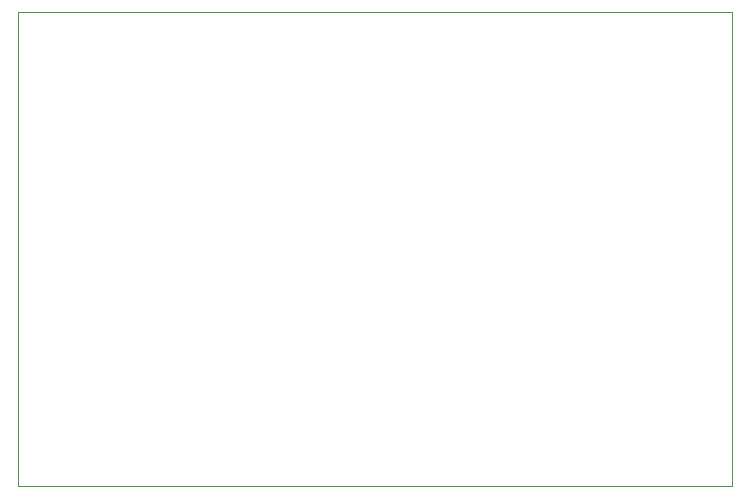
<source format=gbr>
%TF.GenerationSoftware,KiCad,Pcbnew,(5.99.0-10394-g2e15de97e0)*%
%TF.CreationDate,2021-05-18T08:37:06+02:00*%
%TF.ProjectId,BP02A,42503032-412e-46b6-9963-61645f706362,rev?*%
%TF.SameCoordinates,Original*%
%TF.FileFunction,Profile,NP*%
%FSLAX46Y46*%
G04 Gerber Fmt 4.6, Leading zero omitted, Abs format (unit mm)*
G04 Created by KiCad (PCBNEW (5.99.0-10394-g2e15de97e0)) date 2021-05-18 08:37:06*
%MOMM*%
%LPD*%
G01*
G04 APERTURE LIST*
%TA.AperFunction,Profile*%
%ADD10C,0.050000*%
%TD*%
G04 APERTURE END LIST*
D10*
X254000Y40386000D02*
X60706000Y40386000D01*
X60706000Y40386000D02*
X60706000Y254000D01*
X60706000Y254000D02*
X254000Y254000D01*
X254000Y254000D02*
X254000Y40386000D01*
M02*

</source>
